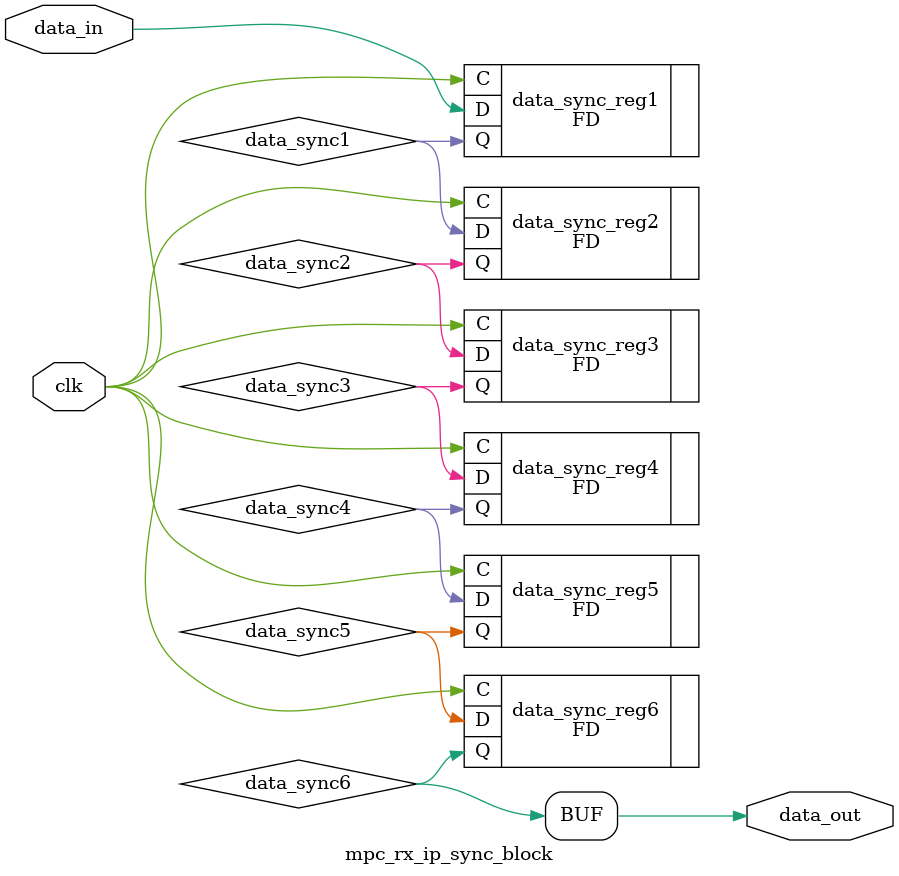
<source format=v>




`timescale 1ps / 1ps

//(* dont_touch = "yes" *)
module mpc_rx_ip_sync_block #(
  parameter INITIALISE = 6'b000000
)
(
  input        clk,              // clock to be sync'ed to
  input        data_in,          // Data to be 'synced'
  output       data_out          // synced data
);

  // Internal Signals
  wire data_sync1;
  wire data_sync2;
  wire data_sync3;
  wire data_sync4;
  wire data_sync5;
  wire data_sync6;


  (* shreg_extract = "no", ASYNC_REG = "TRUE" *)
  FD #(
    .INIT (INITIALISE[0])
  ) data_sync_reg1 (
    .C  (clk),
    .D  (data_in),
    .Q  (data_sync1)
  );


  (* shreg_extract = "no", ASYNC_REG = "TRUE" *)
  FD #(
   .INIT (INITIALISE[1])
  ) data_sync_reg2 (
  .C  (clk),
  .D  (data_sync1),
  .Q  (data_sync2)
  );


  (* shreg_extract = "no", ASYNC_REG = "TRUE" *)
  FD #(
   .INIT (INITIALISE[2])
  ) data_sync_reg3 (
  .C  (clk),
  .D  (data_sync2),
  .Q  (data_sync3)
  );

  (* shreg_extract = "no", ASYNC_REG = "TRUE" *)
  FD #(
   .INIT (INITIALISE[3])
  ) data_sync_reg4 (
  .C  (clk),
  .D  (data_sync3),
  .Q  (data_sync4)
  );

  (* shreg_extract = "no", ASYNC_REG = "TRUE" *)
  FD #(
   .INIT (INITIALISE[4])
  ) data_sync_reg5 (
  .C  (clk),
  .D  (data_sync4),
  .Q  (data_sync5)
  );

  (* shreg_extract = "no", ASYNC_REG = "TRUE" *)
  FD #(
   .INIT (INITIALISE[5])
  ) data_sync_reg6 (
  .C  (clk),
  .D  (data_sync5),
  .Q  (data_sync6)
  );
  assign data_out = data_sync6;



endmodule

</source>
